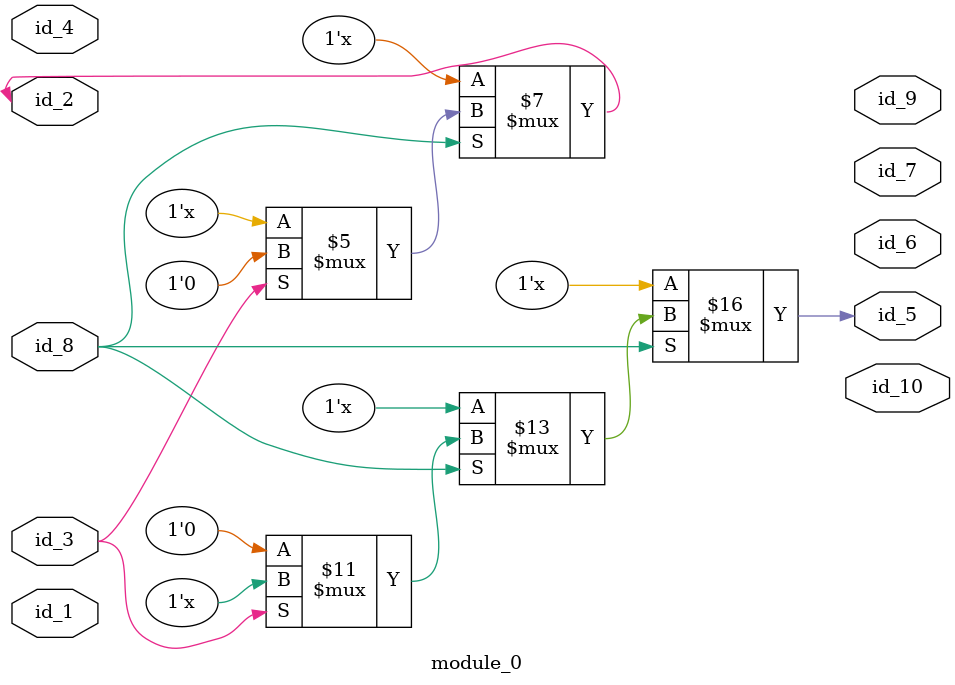
<source format=v>
`timescale 1 ps / 1ps
`define pp_10 0
module module_0 (
    id_1,
    id_2,
    id_3,
    id_4,
    id_5,
    id_6,
    id_7,
    id_8,
    id_9,
    id_10
);
  output id_10;
  output id_9;
  input id_8;
  output id_7;
  output id_6;
  output id_5;
  input id_4;
  input id_3;
  inout id_2;
  inout id_1;
  always @(id_4) begin
    if (id_8)
      if (1 && 1 && id_3) id_2 <= 1'b0;
      else id_5 = 1'b0;
  end
endmodule
`default_nettype wire

</source>
